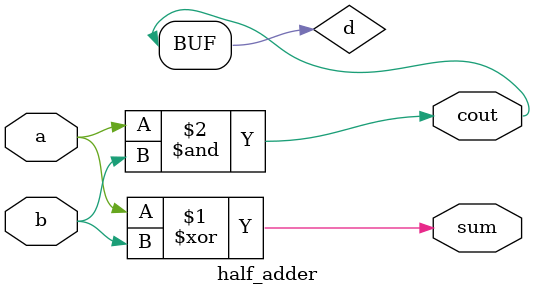
<source format=v>
module half_adder( 
input a, b,
output cout, sum );

xor( sum, a, b );
and( // Check Code and comment out if neccessary.
d, a, b ); // Check Code and comment out if neccessary.
assign cout = d;

endmodule

</source>
